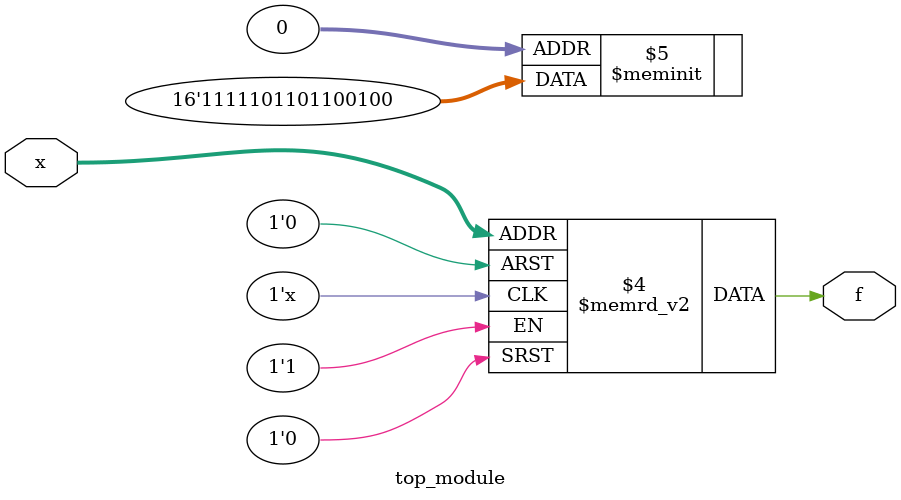
<source format=sv>
module top_module (
    input [4:1] x,
    output logic f
);


always_comb begin
    case (x)
        // x[3]x[4]   00 01 11 10
        4'b0000, 4'b0001: f = 0;
        4'b0010, 4'b0110: f = 1;
        4'b0011, 4'b0111: f = 0;
        4'b0100, 4'b1010: f = 0;
        4'b0101, 4'b1011: f = 1;
        4'b1000, 4'b1001, 4'b1100, 4'b1101: f = 1;
        default: f = 1; // For don't-care values
    endcase
end


endmodule

</source>
